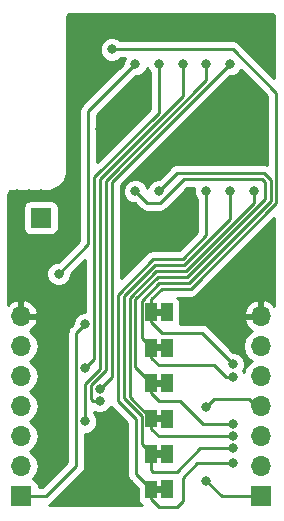
<source format=gbr>
G04 #@! TF.GenerationSoftware,KiCad,Pcbnew,(5.0.0)*
G04 #@! TF.CreationDate,2018-12-13T13:47:45+00:00*
G04 #@! TF.ProjectId,LoraThing,4C6F72615468696E672E6B696361645F,rev?*
G04 #@! TF.SameCoordinates,Original*
G04 #@! TF.FileFunction,Copper,L2,Bot,Signal*
G04 #@! TF.FilePolarity,Positive*
%FSLAX46Y46*%
G04 Gerber Fmt 4.6, Leading zero omitted, Abs format (unit mm)*
G04 Created by KiCad (PCBNEW (5.0.0)) date 12/13/18 13:47:45*
%MOMM*%
%LPD*%
G01*
G04 APERTURE LIST*
G04 #@! TA.AperFunction,ComponentPad*
%ADD10R,1.700000X1.700000*%
G04 #@! TD*
G04 #@! TA.AperFunction,ComponentPad*
%ADD11O,1.700000X1.700000*%
G04 #@! TD*
G04 #@! TA.AperFunction,SMDPad,CuDef*
%ADD12C,1.000000*%
G04 #@! TD*
G04 #@! TA.AperFunction,Conductor*
%ADD13C,0.100000*%
G04 #@! TD*
G04 #@! TA.AperFunction,SMDPad,CuDef*
%ADD14R,1.000000X1.500000*%
G04 #@! TD*
G04 #@! TA.AperFunction,ViaPad*
%ADD15C,0.800000*%
G04 #@! TD*
G04 #@! TA.AperFunction,Conductor*
%ADD16C,0.250000*%
G04 #@! TD*
G04 #@! TA.AperFunction,Conductor*
%ADD17C,0.254000*%
G04 #@! TD*
G04 APERTURE END LIST*
D10*
G04 #@! TO.P,J2,1*
G04 #@! TO.N,/EXT_GPIO1*
X133620000Y-68580000D03*
D11*
G04 #@! TO.P,J2,2*
G04 #@! TO.N,/EXT_GPIO2*
X133620000Y-66040000D03*
G04 #@! TO.P,J2,3*
G04 #@! TO.N,/EXT_GPIO3*
X133620000Y-63500000D03*
G04 #@! TO.P,J2,4*
G04 #@! TO.N,/EXT_GPIO4*
X133620000Y-60960000D03*
G04 #@! TO.P,J2,5*
G04 #@! TO.N,/EXT_GPIO5*
X133620000Y-58420000D03*
G04 #@! TO.P,J2,6*
G04 #@! TO.N,/EXT_GPIO6*
X133620000Y-55880000D03*
G04 #@! TO.P,J2,7*
G04 #@! TO.N,GND*
X133620000Y-53340000D03*
G04 #@! TD*
D10*
G04 #@! TO.P,J1,1*
G04 #@! TO.N,VCC*
X113300000Y-68580000D03*
D11*
G04 #@! TO.P,J1,2*
G04 #@! TO.N,/SPI_EXT_SCK*
X113300000Y-66040000D03*
G04 #@! TO.P,J1,3*
G04 #@! TO.N,/SPI_EXT_MOSI*
X113300000Y-63500000D03*
G04 #@! TO.P,J1,4*
G04 #@! TO.N,/SPI_EXT_MISO*
X113300000Y-60960000D03*
G04 #@! TO.P,J1,5*
G04 #@! TO.N,/SPI_EXT_CS*
X113300000Y-58420000D03*
G04 #@! TO.P,J1,6*
G04 #@! TO.N,/RESET*
X113300000Y-55880000D03*
G04 #@! TO.P,J1,7*
G04 #@! TO.N,GND*
X113300000Y-53340000D03*
G04 #@! TD*
D10*
G04 #@! TO.P,J3,1*
G04 #@! TO.N,/ANTENNA*
X115000000Y-45000000D03*
G04 #@! TD*
D12*
G04 #@! TO.P,JP1,1*
G04 #@! TO.N,/GPIO1*
X124350000Y-68000000D03*
D13*
G04 #@! TD*
G04 #@! TO.N,/GPIO1*
G04 #@! TO.C,JP1*
G36*
X124850000Y-67700000D02*
X125250000Y-67700000D01*
X125250000Y-68300000D01*
X124850000Y-68300000D01*
X124850000Y-68750000D01*
X123850000Y-68750000D01*
X123850000Y-67250000D01*
X124850000Y-67250000D01*
X124850000Y-67700000D01*
X124850000Y-67700000D01*
G37*
D14*
G04 #@! TO.P,JP1,2*
G04 #@! TO.N,Net-(JP1-Pad2)*
X125650000Y-68000000D03*
G04 #@! TD*
G04 #@! TO.P,JP2,2*
G04 #@! TO.N,Net-(JP2-Pad2)*
X125650000Y-65000000D03*
D12*
G04 #@! TO.P,JP2,1*
G04 #@! TO.N,/GPIO2*
X124350000Y-65000000D03*
D13*
G04 #@! TD*
G04 #@! TO.N,/GPIO2*
G04 #@! TO.C,JP2*
G36*
X124850000Y-64700000D02*
X125250000Y-64700000D01*
X125250000Y-65300000D01*
X124850000Y-65300000D01*
X124850000Y-65750000D01*
X123850000Y-65750000D01*
X123850000Y-64250000D01*
X124850000Y-64250000D01*
X124850000Y-64700000D01*
X124850000Y-64700000D01*
G37*
D14*
G04 #@! TO.P,eJP3,2*
G04 #@! TO.N,Net-(JP3-Pad2)*
X125650000Y-62000000D03*
D12*
G04 #@! TO.P,eJP3,1*
G04 #@! TO.N,/GPIO3*
X124350000Y-62000000D03*
D13*
G04 #@! TD*
G04 #@! TO.N,/GPIO3*
G04 #@! TO.C,eJP3*
G36*
X124850000Y-61700000D02*
X125250000Y-61700000D01*
X125250000Y-62300000D01*
X124850000Y-62300000D01*
X124850000Y-62750000D01*
X123850000Y-62750000D01*
X123850000Y-61250000D01*
X124850000Y-61250000D01*
X124850000Y-61700000D01*
X124850000Y-61700000D01*
G37*
D12*
G04 #@! TO.P,JP4,1*
G04 #@! TO.N,/GPIO4*
X124350000Y-59000000D03*
D13*
G04 #@! TD*
G04 #@! TO.N,/GPIO4*
G04 #@! TO.C,JP4*
G36*
X124850000Y-58700000D02*
X125250000Y-58700000D01*
X125250000Y-59300000D01*
X124850000Y-59300000D01*
X124850000Y-59750000D01*
X123850000Y-59750000D01*
X123850000Y-58250000D01*
X124850000Y-58250000D01*
X124850000Y-58700000D01*
X124850000Y-58700000D01*
G37*
D14*
G04 #@! TO.P,JP4,2*
G04 #@! TO.N,Net-(JP4-Pad2)*
X125650000Y-59000000D03*
G04 #@! TD*
G04 #@! TO.P,JP5,2*
G04 #@! TO.N,Net-(JP5-Pad2)*
X125650000Y-56000000D03*
D12*
G04 #@! TO.P,JP5,1*
G04 #@! TO.N,/GPIO5*
X124350000Y-56000000D03*
D13*
G04 #@! TD*
G04 #@! TO.N,/GPIO5*
G04 #@! TO.C,JP5*
G36*
X124850000Y-55700000D02*
X125250000Y-55700000D01*
X125250000Y-56300000D01*
X124850000Y-56300000D01*
X124850000Y-56750000D01*
X123850000Y-56750000D01*
X123850000Y-55250000D01*
X124850000Y-55250000D01*
X124850000Y-55700000D01*
X124850000Y-55700000D01*
G37*
D12*
G04 #@! TO.P,JP6,1*
G04 #@! TO.N,/GPIO6*
X124350000Y-53000000D03*
D13*
G04 #@! TD*
G04 #@! TO.N,/GPIO6*
G04 #@! TO.C,JP6*
G36*
X124850000Y-52700000D02*
X125250000Y-52700000D01*
X125250000Y-53300000D01*
X124850000Y-53300000D01*
X124850000Y-53750000D01*
X123850000Y-53750000D01*
X123850000Y-52250000D01*
X124850000Y-52250000D01*
X124850000Y-52700000D01*
X124850000Y-52700000D01*
G37*
D14*
G04 #@! TO.P,JP6,2*
G04 #@! TO.N,Net-(JP6-Pad2)*
X125650000Y-53000000D03*
G04 #@! TD*
D15*
G04 #@! TO.N,GND*
X117000000Y-44000000D03*
X117000000Y-43000000D03*
X116000000Y-43000000D03*
X115000000Y-43000000D03*
X114000000Y-43000000D03*
X113000000Y-43000000D03*
X113000000Y-44000000D03*
X113000000Y-45000000D03*
X113000000Y-46000000D03*
X113000000Y-47000000D03*
X114000000Y-47000000D03*
X115000000Y-47000000D03*
X116000000Y-47000000D03*
X117000000Y-47000000D03*
X117000000Y-46000000D03*
X117750000Y-43500000D03*
X117750000Y-46500000D03*
X117500000Y-41500000D03*
X120000000Y-37500000D03*
X127000000Y-38500000D03*
X132500000Y-38500000D03*
X131000000Y-52000000D03*
X117500000Y-52000000D03*
X119000000Y-66500000D03*
G04 #@! TO.N,VCC*
X118750000Y-54000000D03*
G04 #@! TO.N,/RESET*
X123000000Y-32000000D03*
X116500000Y-49750000D03*
G04 #@! TO.N,/EXT_GPIO1*
X129000000Y-67250000D03*
G04 #@! TO.N,/EXT_GPIO4*
X129000000Y-61000000D03*
G04 #@! TO.N,/GPIO1*
X131250000Y-65750000D03*
X129000000Y-42750000D03*
G04 #@! TO.N,Net-(JP1-Pad2)*
X125750000Y-68000000D03*
G04 #@! TO.N,Net-(JP2-Pad2)*
X125750000Y-65000000D03*
G04 #@! TO.N,/GPIO2*
X131250000Y-64500000D03*
X131000000Y-42750000D03*
G04 #@! TO.N,Net-(JP3-Pad2)*
X125750000Y-62000000D03*
G04 #@! TO.N,/GPIO3*
X131250000Y-63500000D03*
X133000000Y-42750000D03*
G04 #@! TO.N,/GPIO4*
X131250000Y-62500000D03*
X123000000Y-42750000D03*
G04 #@! TO.N,Net-(JP4-Pad2)*
X125750000Y-59000000D03*
G04 #@! TO.N,Net-(JP5-Pad2)*
X125750000Y-56000000D03*
G04 #@! TO.N,/GPIO5*
X131250000Y-58500000D03*
X125000000Y-42750000D03*
G04 #@! TO.N,/GPIO6*
X121000000Y-30750000D03*
X131250000Y-57400000D03*
G04 #@! TO.N,Net-(JP6-Pad2)*
X125750000Y-53000000D03*
G04 #@! TO.N,/SPI_CS*
X118750000Y-57750000D03*
X125000000Y-32000000D03*
G04 #@! TO.N,/SPI_MISO*
X120000000Y-59500000D03*
X131000000Y-32000000D03*
G04 #@! TO.N,/SPI_MOSI*
X120000000Y-60500000D03*
X129000000Y-32000000D03*
G04 #@! TO.N,/SPI_SCK*
X118750000Y-62250000D03*
X127000000Y-32000000D03*
G04 #@! TD*
D16*
G04 #@! TO.N,VCC*
X118750000Y-54000000D02*
X118750000Y-54000000D01*
X118000000Y-54750000D02*
X118750000Y-54000000D01*
X118000000Y-65980000D02*
X118000000Y-54750000D01*
X113300000Y-68580000D02*
X115400000Y-68580000D01*
X115400000Y-68580000D02*
X118000000Y-65980000D01*
G04 #@! TO.N,/RESET*
X123000000Y-32000000D02*
X119000000Y-36000000D01*
X119000000Y-36000000D02*
X119000000Y-47250000D01*
X119000000Y-47250000D02*
X116500000Y-49750000D01*
X116500000Y-49750000D02*
X116500000Y-49750000D01*
G04 #@! TO.N,/EXT_GPIO1*
X130330000Y-68580000D02*
X133620000Y-68580000D01*
X129000000Y-67250000D02*
X130330000Y-68580000D01*
G04 #@! TO.N,/EXT_GPIO4*
X129000000Y-61000000D02*
X129620000Y-60380000D01*
X129620000Y-60380000D02*
X132630000Y-60380000D01*
X133210000Y-60960000D02*
X133620000Y-60960000D01*
X132630000Y-60380000D02*
X133210000Y-60960000D01*
G04 #@! TO.N,/GPIO1*
X124350000Y-68850000D02*
X125000000Y-69500000D01*
X124350000Y-68000000D02*
X124350000Y-68850000D01*
X125000000Y-69500000D02*
X126500000Y-69500000D01*
X127000000Y-69000000D02*
X127000000Y-67000000D01*
X126500000Y-69500000D02*
X127000000Y-69000000D01*
X128250000Y-65750000D02*
X131250000Y-65750000D01*
X127000000Y-67000000D02*
X128250000Y-65750000D01*
X129000000Y-46500000D02*
X129000000Y-42750000D01*
X127000000Y-48500000D02*
X129000000Y-46500000D01*
X123074980Y-66724980D02*
X123074980Y-62074980D01*
X124350000Y-68000000D02*
X123074980Y-66724980D01*
X123074980Y-62074980D02*
X121500000Y-60500000D01*
X121500000Y-60500000D02*
X121500000Y-51504340D01*
X121500000Y-51504340D02*
X124504340Y-48500000D01*
X124504340Y-48500000D02*
X127000000Y-48500000D01*
G04 #@! TO.N,/GPIO2*
X124350000Y-65000000D02*
X124350000Y-66350000D01*
X124350000Y-66350000D02*
X124500000Y-66500000D01*
X124500000Y-66500000D02*
X126500000Y-66500000D01*
X126500000Y-66500000D02*
X128500000Y-64500000D01*
X128500000Y-64500000D02*
X131250000Y-64500000D01*
X131250000Y-64500000D02*
X131250000Y-64500000D01*
X123524990Y-64174990D02*
X123524990Y-61811400D01*
X124350000Y-65000000D02*
X123524990Y-64174990D01*
X123524990Y-61811400D02*
X122000000Y-60286410D01*
X122000000Y-60286410D02*
X122000000Y-51640750D01*
X122000000Y-51640750D02*
X124640750Y-49000000D01*
X131000000Y-43315685D02*
X131000000Y-42750000D01*
X131000000Y-45136410D02*
X131000000Y-43315685D01*
X127136410Y-49000000D02*
X131000000Y-45136410D01*
X124640750Y-49000000D02*
X127136410Y-49000000D01*
G04 #@! TO.N,/GPIO3*
X124350000Y-62000000D02*
X124350000Y-62850000D01*
X125000000Y-63500000D02*
X131250000Y-63500000D01*
X124350000Y-62850000D02*
X125000000Y-63500000D01*
X124350000Y-62000000D02*
X122500000Y-60150000D01*
X122500000Y-51777160D02*
X124777160Y-49500000D01*
X122500000Y-60150000D02*
X122500000Y-51777160D01*
X133000000Y-43315685D02*
X133000000Y-42750000D01*
X133000000Y-43772820D02*
X133000000Y-43315685D01*
X127272820Y-49500000D02*
X133000000Y-43772820D01*
X124777160Y-49500000D02*
X127272820Y-49500000D01*
G04 #@! TO.N,/GPIO4*
X124350000Y-59850000D02*
X125000000Y-60500000D01*
X124350000Y-59000000D02*
X124350000Y-59850000D01*
X125000000Y-60500000D02*
X126750000Y-60500000D01*
X126750000Y-60500000D02*
X128750000Y-62500000D01*
X128750000Y-62500000D02*
X131250000Y-62500000D01*
X124350000Y-59000000D02*
X123000000Y-57650000D01*
X123000000Y-52500000D02*
X123000000Y-52250000D01*
X123000000Y-57650000D02*
X123000000Y-52500000D01*
X124000000Y-43750000D02*
X123000000Y-42750000D01*
X125073002Y-43750000D02*
X124000000Y-43750000D01*
X127073002Y-41750000D02*
X125073002Y-43750000D01*
X133750000Y-41750000D02*
X127073002Y-41750000D01*
X123000000Y-51913570D02*
X124913570Y-50000000D01*
X124913570Y-50000000D02*
X127409230Y-50000000D01*
X123000000Y-52500000D02*
X123000000Y-51913570D01*
X127409230Y-50000000D02*
X134000000Y-43409230D01*
X134000000Y-43409230D02*
X134000000Y-42000000D01*
X134000000Y-42000000D02*
X133750000Y-41750000D01*
G04 #@! TO.N,/GPIO5*
X130684315Y-58500000D02*
X129684315Y-57500000D01*
X131250000Y-58500000D02*
X130684315Y-58500000D01*
X124350000Y-56850000D02*
X124350000Y-56000000D01*
X125000000Y-57500000D02*
X124350000Y-56850000D01*
X129684315Y-57500000D02*
X125000000Y-57500000D01*
X133886410Y-41250000D02*
X126500000Y-41250000D01*
X134450009Y-41813599D02*
X133886410Y-41250000D01*
X123524990Y-55174990D02*
X123524990Y-52024990D01*
X126500000Y-41250000D02*
X125000000Y-42750000D01*
X124350000Y-56000000D02*
X123524990Y-55174990D01*
X123524990Y-52024990D02*
X124999990Y-50549990D01*
X124999990Y-50549990D02*
X127495650Y-50549990D01*
X127495650Y-50549990D02*
X134450010Y-43595630D01*
X134450010Y-43595630D02*
X134450009Y-41813599D01*
G04 #@! TO.N,/GPIO6*
X124350000Y-53850000D02*
X125250000Y-54750000D01*
X124350000Y-53000000D02*
X124350000Y-53850000D01*
X128600000Y-54750000D02*
X131250000Y-57400000D01*
X125250000Y-54750000D02*
X128600000Y-54750000D01*
X120750000Y-30750000D02*
X121000000Y-30750000D01*
X131250000Y-30750000D02*
X120750000Y-30750000D01*
X124350000Y-51900000D02*
X125250000Y-51000000D01*
X125250000Y-51000000D02*
X127682051Y-50999999D01*
X124350000Y-53000000D02*
X124350000Y-51900000D01*
X127682051Y-50999999D02*
X134900019Y-43782031D01*
X134900019Y-43782031D02*
X134900019Y-34400019D01*
X134900019Y-34400019D02*
X131250000Y-30750000D01*
G04 #@! TO.N,/SPI_CS*
X125000000Y-35500000D02*
X125000000Y-32000000D01*
X125000000Y-36090770D02*
X125000000Y-35500000D01*
X119500000Y-41590770D02*
X125000000Y-36090770D01*
X118750000Y-57750000D02*
X119500000Y-57000000D01*
X119500000Y-57000000D02*
X119500000Y-41590770D01*
G04 #@! TO.N,/SPI_MISO*
X120000000Y-59500000D02*
X121049990Y-58450010D01*
X121049990Y-41950010D02*
X131000000Y-32000000D01*
X121049990Y-58450010D02*
X121049990Y-41950010D01*
G04 #@! TO.N,/SPI_MOSI*
X129000000Y-33000000D02*
X129000000Y-32000000D01*
X119434315Y-60500000D02*
X119250000Y-60315685D01*
X120000000Y-60500000D02*
X119434315Y-60500000D01*
X129000000Y-33363590D02*
X129000000Y-33000000D01*
X119250000Y-60315685D02*
X119250000Y-59176998D01*
X119250000Y-59176998D02*
X120500000Y-57926998D01*
X120500000Y-57926998D02*
X120500000Y-41863590D01*
X120500000Y-41863590D02*
X129000000Y-33363590D01*
G04 #@! TO.N,/SPI_SCK*
X118750000Y-61684315D02*
X118750000Y-62250000D01*
X118750000Y-59040588D02*
X118750000Y-61684315D01*
X120000000Y-57790588D02*
X118750000Y-59040588D01*
X120000000Y-41727180D02*
X120000000Y-57790588D01*
X127000000Y-34727180D02*
X120000000Y-41727180D01*
X127000000Y-32000000D02*
X127000000Y-34727180D01*
G04 #@! TD*
D17*
G04 #@! TO.N,GND*
G36*
X120952071Y-61047929D02*
X121015530Y-61090331D01*
X122314981Y-62389783D01*
X122314980Y-66650133D01*
X122300092Y-66724980D01*
X122314980Y-66799827D01*
X122314980Y-66799831D01*
X122359076Y-67021516D01*
X122527051Y-67272909D01*
X122590510Y-67315311D01*
X123202560Y-67927362D01*
X123202560Y-68750000D01*
X123251843Y-68997765D01*
X123392191Y-69207809D01*
X123515198Y-69290000D01*
X115705373Y-69290000D01*
X115947929Y-69127929D01*
X115990331Y-69064470D01*
X118484473Y-66570329D01*
X118547929Y-66527929D01*
X118715904Y-66276537D01*
X118760000Y-66054852D01*
X118760000Y-66054848D01*
X118774888Y-65980001D01*
X118760000Y-65905154D01*
X118760000Y-63285000D01*
X118955874Y-63285000D01*
X119336280Y-63127431D01*
X119627431Y-62836280D01*
X119785000Y-62455874D01*
X119785000Y-62044126D01*
X119627431Y-61663720D01*
X119510000Y-61546289D01*
X119510000Y-61417311D01*
X119794126Y-61535000D01*
X120205874Y-61535000D01*
X120586280Y-61377431D01*
X120877431Y-61086280D01*
X120915801Y-60993647D01*
X120952071Y-61047929D01*
X120952071Y-61047929D01*
G37*
X120952071Y-61047929D02*
X121015530Y-61090331D01*
X122314981Y-62389783D01*
X122314980Y-66650133D01*
X122300092Y-66724980D01*
X122314980Y-66799827D01*
X122314980Y-66799831D01*
X122359076Y-67021516D01*
X122527051Y-67272909D01*
X122590510Y-67315311D01*
X123202560Y-67927362D01*
X123202560Y-68750000D01*
X123251843Y-68997765D01*
X123392191Y-69207809D01*
X123515198Y-69290000D01*
X115705373Y-69290000D01*
X115947929Y-69127929D01*
X115990331Y-69064470D01*
X118484473Y-66570329D01*
X118547929Y-66527929D01*
X118715904Y-66276537D01*
X118760000Y-66054852D01*
X118760000Y-66054848D01*
X118774888Y-65980001D01*
X118760000Y-65905154D01*
X118760000Y-63285000D01*
X118955874Y-63285000D01*
X119336280Y-63127431D01*
X119627431Y-62836280D01*
X119785000Y-62455874D01*
X119785000Y-62044126D01*
X119627431Y-61663720D01*
X119510000Y-61546289D01*
X119510000Y-61417311D01*
X119794126Y-61535000D01*
X120205874Y-61535000D01*
X120586280Y-61377431D01*
X120877431Y-61086280D01*
X120915801Y-60993647D01*
X120952071Y-61047929D01*
G36*
X134605655Y-27744926D02*
X134695225Y-27804774D01*
X134755074Y-27894345D01*
X134765001Y-27944251D01*
X134765001Y-33190198D01*
X131840331Y-30265530D01*
X131797929Y-30202071D01*
X131546537Y-30034096D01*
X131324852Y-29990000D01*
X131324847Y-29990000D01*
X131250000Y-29975112D01*
X131175153Y-29990000D01*
X121703711Y-29990000D01*
X121586280Y-29872569D01*
X121205874Y-29715000D01*
X120794126Y-29715000D01*
X120413720Y-29872569D01*
X120122569Y-30163720D01*
X119965000Y-30544126D01*
X119965000Y-30955874D01*
X120122569Y-31336280D01*
X120413720Y-31627431D01*
X120794126Y-31785000D01*
X121205874Y-31785000D01*
X121586280Y-31627431D01*
X121703711Y-31510000D01*
X122082689Y-31510000D01*
X121965000Y-31794126D01*
X121965000Y-31960198D01*
X118515530Y-35409669D01*
X118452071Y-35452071D01*
X118284096Y-35703464D01*
X118240000Y-35925149D01*
X118240000Y-35925153D01*
X118225112Y-36000000D01*
X118240000Y-36074847D01*
X118240001Y-46935197D01*
X116460199Y-48715000D01*
X116294126Y-48715000D01*
X115913720Y-48872569D01*
X115622569Y-49163720D01*
X115465000Y-49544126D01*
X115465000Y-49955874D01*
X115622569Y-50336280D01*
X115913720Y-50627431D01*
X116294126Y-50785000D01*
X116705874Y-50785000D01*
X117086280Y-50627431D01*
X117377431Y-50336280D01*
X117535000Y-49955874D01*
X117535000Y-49789801D01*
X118740001Y-48584801D01*
X118740000Y-52965000D01*
X118544126Y-52965000D01*
X118163720Y-53122569D01*
X117872569Y-53413720D01*
X117715000Y-53794126D01*
X117715000Y-53960199D01*
X117515528Y-54159671D01*
X117452072Y-54202071D01*
X117409672Y-54265527D01*
X117409671Y-54265528D01*
X117388951Y-54296538D01*
X117284097Y-54453463D01*
X117265307Y-54547929D01*
X117225112Y-54750000D01*
X117240001Y-54824852D01*
X117240000Y-65665198D01*
X115085199Y-67820000D01*
X114797440Y-67820000D01*
X114797440Y-67730000D01*
X114748157Y-67482235D01*
X114607809Y-67272191D01*
X114397765Y-67131843D01*
X114352381Y-67122816D01*
X114370625Y-67110625D01*
X114698839Y-66619418D01*
X114814092Y-66040000D01*
X114698839Y-65460582D01*
X114370625Y-64969375D01*
X114072239Y-64770000D01*
X114370625Y-64570625D01*
X114698839Y-64079418D01*
X114814092Y-63500000D01*
X114698839Y-62920582D01*
X114370625Y-62429375D01*
X114072239Y-62230000D01*
X114370625Y-62030625D01*
X114698839Y-61539418D01*
X114814092Y-60960000D01*
X114698839Y-60380582D01*
X114370625Y-59889375D01*
X114072239Y-59690000D01*
X114370625Y-59490625D01*
X114698839Y-58999418D01*
X114814092Y-58420000D01*
X114698839Y-57840582D01*
X114370625Y-57349375D01*
X114072239Y-57150000D01*
X114370625Y-56950625D01*
X114698839Y-56459418D01*
X114814092Y-55880000D01*
X114698839Y-55300582D01*
X114370625Y-54809375D01*
X114051522Y-54596157D01*
X114181358Y-54535183D01*
X114571645Y-54106924D01*
X114741476Y-53696890D01*
X114620155Y-53467000D01*
X113427000Y-53467000D01*
X113427000Y-53487000D01*
X113173000Y-53487000D01*
X113173000Y-53467000D01*
X113153000Y-53467000D01*
X113153000Y-53213000D01*
X113173000Y-53213000D01*
X113173000Y-52019181D01*
X113427000Y-52019181D01*
X113427000Y-53213000D01*
X114620155Y-53213000D01*
X114741476Y-52983110D01*
X114571645Y-52573076D01*
X114181358Y-52144817D01*
X113656892Y-51898514D01*
X113427000Y-52019181D01*
X113173000Y-52019181D01*
X112943108Y-51898514D01*
X112418642Y-52144817D01*
X112235000Y-52346326D01*
X112235000Y-44150000D01*
X113502560Y-44150000D01*
X113502560Y-45850000D01*
X113551843Y-46097765D01*
X113692191Y-46307809D01*
X113902235Y-46448157D01*
X114150000Y-46497440D01*
X115850000Y-46497440D01*
X116097765Y-46448157D01*
X116307809Y-46307809D01*
X116448157Y-46097765D01*
X116497440Y-45850000D01*
X116497440Y-44150000D01*
X116448157Y-43902235D01*
X116307809Y-43692191D01*
X116097765Y-43551843D01*
X115850000Y-43502560D01*
X114150000Y-43502560D01*
X113902235Y-43551843D01*
X113692191Y-43692191D01*
X113551843Y-43902235D01*
X113502560Y-44150000D01*
X112235000Y-44150000D01*
X112235000Y-43072390D01*
X112268475Y-42904099D01*
X112322798Y-42822799D01*
X112404101Y-42768475D01*
X112643391Y-42720877D01*
X112669650Y-42710000D01*
X115569926Y-42710000D01*
X115638509Y-42696358D01*
X115638513Y-42696358D01*
X116021196Y-42620238D01*
X116097849Y-42588487D01*
X116277138Y-42514224D01*
X116601561Y-42297451D01*
X116696941Y-42202071D01*
X116797451Y-42101562D01*
X117014223Y-41777138D01*
X117065447Y-41653473D01*
X117120238Y-41521196D01*
X117156062Y-41341098D01*
X117192354Y-41286783D01*
X117235000Y-41072388D01*
X117235000Y-27944246D01*
X117244926Y-27894345D01*
X117304774Y-27804775D01*
X117394345Y-27744926D01*
X117444246Y-27735000D01*
X134555754Y-27735000D01*
X134605655Y-27744926D01*
X134605655Y-27744926D01*
G37*
X134605655Y-27744926D02*
X134695225Y-27804774D01*
X134755074Y-27894345D01*
X134765001Y-27944251D01*
X134765001Y-33190198D01*
X131840331Y-30265530D01*
X131797929Y-30202071D01*
X131546537Y-30034096D01*
X131324852Y-29990000D01*
X131324847Y-29990000D01*
X131250000Y-29975112D01*
X131175153Y-29990000D01*
X121703711Y-29990000D01*
X121586280Y-29872569D01*
X121205874Y-29715000D01*
X120794126Y-29715000D01*
X120413720Y-29872569D01*
X120122569Y-30163720D01*
X119965000Y-30544126D01*
X119965000Y-30955874D01*
X120122569Y-31336280D01*
X120413720Y-31627431D01*
X120794126Y-31785000D01*
X121205874Y-31785000D01*
X121586280Y-31627431D01*
X121703711Y-31510000D01*
X122082689Y-31510000D01*
X121965000Y-31794126D01*
X121965000Y-31960198D01*
X118515530Y-35409669D01*
X118452071Y-35452071D01*
X118284096Y-35703464D01*
X118240000Y-35925149D01*
X118240000Y-35925153D01*
X118225112Y-36000000D01*
X118240000Y-36074847D01*
X118240001Y-46935197D01*
X116460199Y-48715000D01*
X116294126Y-48715000D01*
X115913720Y-48872569D01*
X115622569Y-49163720D01*
X115465000Y-49544126D01*
X115465000Y-49955874D01*
X115622569Y-50336280D01*
X115913720Y-50627431D01*
X116294126Y-50785000D01*
X116705874Y-50785000D01*
X117086280Y-50627431D01*
X117377431Y-50336280D01*
X117535000Y-49955874D01*
X117535000Y-49789801D01*
X118740001Y-48584801D01*
X118740000Y-52965000D01*
X118544126Y-52965000D01*
X118163720Y-53122569D01*
X117872569Y-53413720D01*
X117715000Y-53794126D01*
X117715000Y-53960199D01*
X117515528Y-54159671D01*
X117452072Y-54202071D01*
X117409672Y-54265527D01*
X117409671Y-54265528D01*
X117388951Y-54296538D01*
X117284097Y-54453463D01*
X117265307Y-54547929D01*
X117225112Y-54750000D01*
X117240001Y-54824852D01*
X117240000Y-65665198D01*
X115085199Y-67820000D01*
X114797440Y-67820000D01*
X114797440Y-67730000D01*
X114748157Y-67482235D01*
X114607809Y-67272191D01*
X114397765Y-67131843D01*
X114352381Y-67122816D01*
X114370625Y-67110625D01*
X114698839Y-66619418D01*
X114814092Y-66040000D01*
X114698839Y-65460582D01*
X114370625Y-64969375D01*
X114072239Y-64770000D01*
X114370625Y-64570625D01*
X114698839Y-64079418D01*
X114814092Y-63500000D01*
X114698839Y-62920582D01*
X114370625Y-62429375D01*
X114072239Y-62230000D01*
X114370625Y-62030625D01*
X114698839Y-61539418D01*
X114814092Y-60960000D01*
X114698839Y-60380582D01*
X114370625Y-59889375D01*
X114072239Y-59690000D01*
X114370625Y-59490625D01*
X114698839Y-58999418D01*
X114814092Y-58420000D01*
X114698839Y-57840582D01*
X114370625Y-57349375D01*
X114072239Y-57150000D01*
X114370625Y-56950625D01*
X114698839Y-56459418D01*
X114814092Y-55880000D01*
X114698839Y-55300582D01*
X114370625Y-54809375D01*
X114051522Y-54596157D01*
X114181358Y-54535183D01*
X114571645Y-54106924D01*
X114741476Y-53696890D01*
X114620155Y-53467000D01*
X113427000Y-53467000D01*
X113427000Y-53487000D01*
X113173000Y-53487000D01*
X113173000Y-53467000D01*
X113153000Y-53467000D01*
X113153000Y-53213000D01*
X113173000Y-53213000D01*
X113173000Y-52019181D01*
X113427000Y-52019181D01*
X113427000Y-53213000D01*
X114620155Y-53213000D01*
X114741476Y-52983110D01*
X114571645Y-52573076D01*
X114181358Y-52144817D01*
X113656892Y-51898514D01*
X113427000Y-52019181D01*
X113173000Y-52019181D01*
X112943108Y-51898514D01*
X112418642Y-52144817D01*
X112235000Y-52346326D01*
X112235000Y-44150000D01*
X113502560Y-44150000D01*
X113502560Y-45850000D01*
X113551843Y-46097765D01*
X113692191Y-46307809D01*
X113902235Y-46448157D01*
X114150000Y-46497440D01*
X115850000Y-46497440D01*
X116097765Y-46448157D01*
X116307809Y-46307809D01*
X116448157Y-46097765D01*
X116497440Y-45850000D01*
X116497440Y-44150000D01*
X116448157Y-43902235D01*
X116307809Y-43692191D01*
X116097765Y-43551843D01*
X115850000Y-43502560D01*
X114150000Y-43502560D01*
X113902235Y-43551843D01*
X113692191Y-43692191D01*
X113551843Y-43902235D01*
X113502560Y-44150000D01*
X112235000Y-44150000D01*
X112235000Y-43072390D01*
X112268475Y-42904099D01*
X112322798Y-42822799D01*
X112404101Y-42768475D01*
X112643391Y-42720877D01*
X112669650Y-42710000D01*
X115569926Y-42710000D01*
X115638509Y-42696358D01*
X115638513Y-42696358D01*
X116021196Y-42620238D01*
X116097849Y-42588487D01*
X116277138Y-42514224D01*
X116601561Y-42297451D01*
X116696941Y-42202071D01*
X116797451Y-42101562D01*
X117014223Y-41777138D01*
X117065447Y-41653473D01*
X117120238Y-41521196D01*
X117156062Y-41341098D01*
X117192354Y-41286783D01*
X117235000Y-41072388D01*
X117235000Y-27944246D01*
X117244926Y-27894345D01*
X117304774Y-27804775D01*
X117394345Y-27744926D01*
X117444246Y-27735000D01*
X134555754Y-27735000D01*
X134605655Y-27744926D01*
G36*
X134765000Y-52434110D02*
X134501358Y-52144817D01*
X133976892Y-51898514D01*
X133747000Y-52019181D01*
X133747000Y-53213000D01*
X133767000Y-53213000D01*
X133767000Y-53467000D01*
X133747000Y-53467000D01*
X133747000Y-53487000D01*
X133493000Y-53487000D01*
X133493000Y-53467000D01*
X132299845Y-53467000D01*
X132178524Y-53696890D01*
X132348355Y-54106924D01*
X132738642Y-54535183D01*
X132868478Y-54596157D01*
X132549375Y-54809375D01*
X132221161Y-55300582D01*
X132105908Y-55880000D01*
X132221161Y-56459418D01*
X132549375Y-56950625D01*
X132847761Y-57150000D01*
X132549375Y-57349375D01*
X132221161Y-57840582D01*
X132180925Y-58042865D01*
X132142459Y-57950000D01*
X132285000Y-57605874D01*
X132285000Y-57194126D01*
X132127431Y-56813720D01*
X131836280Y-56522569D01*
X131455874Y-56365000D01*
X131289802Y-56365000D01*
X129190331Y-54265530D01*
X129147929Y-54202071D01*
X128896537Y-54034096D01*
X128674852Y-53990000D01*
X128674847Y-53990000D01*
X128600000Y-53975112D01*
X128525153Y-53990000D01*
X126749702Y-53990000D01*
X126797440Y-53750000D01*
X126797440Y-52983110D01*
X132178524Y-52983110D01*
X132299845Y-53213000D01*
X133493000Y-53213000D01*
X133493000Y-52019181D01*
X133263108Y-51898514D01*
X132738642Y-52144817D01*
X132348355Y-52573076D01*
X132178524Y-52983110D01*
X126797440Y-52983110D01*
X126797440Y-52250000D01*
X126748157Y-52002235D01*
X126607809Y-51792191D01*
X126559631Y-51759999D01*
X127607200Y-51759998D01*
X127682051Y-51774887D01*
X127978588Y-51715902D01*
X128166523Y-51590328D01*
X128166524Y-51590327D01*
X128229980Y-51547927D01*
X128272380Y-51484471D01*
X134765001Y-44991851D01*
X134765000Y-52434110D01*
X134765000Y-52434110D01*
G37*
X134765000Y-52434110D02*
X134501358Y-52144817D01*
X133976892Y-51898514D01*
X133747000Y-52019181D01*
X133747000Y-53213000D01*
X133767000Y-53213000D01*
X133767000Y-53467000D01*
X133747000Y-53467000D01*
X133747000Y-53487000D01*
X133493000Y-53487000D01*
X133493000Y-53467000D01*
X132299845Y-53467000D01*
X132178524Y-53696890D01*
X132348355Y-54106924D01*
X132738642Y-54535183D01*
X132868478Y-54596157D01*
X132549375Y-54809375D01*
X132221161Y-55300582D01*
X132105908Y-55880000D01*
X132221161Y-56459418D01*
X132549375Y-56950625D01*
X132847761Y-57150000D01*
X132549375Y-57349375D01*
X132221161Y-57840582D01*
X132180925Y-58042865D01*
X132142459Y-57950000D01*
X132285000Y-57605874D01*
X132285000Y-57194126D01*
X132127431Y-56813720D01*
X131836280Y-56522569D01*
X131455874Y-56365000D01*
X131289802Y-56365000D01*
X129190331Y-54265530D01*
X129147929Y-54202071D01*
X128896537Y-54034096D01*
X128674852Y-53990000D01*
X128674847Y-53990000D01*
X128600000Y-53975112D01*
X128525153Y-53990000D01*
X126749702Y-53990000D01*
X126797440Y-53750000D01*
X126797440Y-52983110D01*
X132178524Y-52983110D01*
X132299845Y-53213000D01*
X133493000Y-53213000D01*
X133493000Y-52019181D01*
X133263108Y-51898514D01*
X132738642Y-52144817D01*
X132348355Y-52573076D01*
X132178524Y-52983110D01*
X126797440Y-52983110D01*
X126797440Y-52250000D01*
X126748157Y-52002235D01*
X126607809Y-51792191D01*
X126559631Y-51759999D01*
X127607200Y-51759998D01*
X127682051Y-51774887D01*
X127978588Y-51715902D01*
X128166523Y-51590328D01*
X128166524Y-51590327D01*
X128229980Y-51547927D01*
X128272380Y-51484471D01*
X134765001Y-44991851D01*
X134765000Y-52434110D01*
G36*
X134140020Y-34714823D02*
X134140019Y-40525557D01*
X133961262Y-40490000D01*
X133961257Y-40490000D01*
X133886410Y-40475112D01*
X133811563Y-40490000D01*
X126574846Y-40490000D01*
X126499999Y-40475112D01*
X126425152Y-40490000D01*
X126425148Y-40490000D01*
X126203463Y-40534096D01*
X126203461Y-40534097D01*
X126203462Y-40534097D01*
X126015526Y-40659671D01*
X126015524Y-40659673D01*
X125952071Y-40702071D01*
X125909673Y-40765524D01*
X124960198Y-41715000D01*
X124794126Y-41715000D01*
X124413720Y-41872569D01*
X124122569Y-42163720D01*
X124000000Y-42459628D01*
X123877431Y-42163720D01*
X123586280Y-41872569D01*
X123205874Y-41715000D01*
X122794126Y-41715000D01*
X122413720Y-41872569D01*
X122122569Y-42163720D01*
X121965000Y-42544126D01*
X121965000Y-42955874D01*
X122122569Y-43336280D01*
X122413720Y-43627431D01*
X122794126Y-43785000D01*
X122960199Y-43785000D01*
X123409671Y-44234473D01*
X123452071Y-44297929D01*
X123703463Y-44465904D01*
X123925148Y-44510000D01*
X123925152Y-44510000D01*
X124000000Y-44524888D01*
X124074848Y-44510000D01*
X124998155Y-44510000D01*
X125073002Y-44524888D01*
X125147849Y-44510000D01*
X125147854Y-44510000D01*
X125369539Y-44465904D01*
X125620931Y-44297929D01*
X125663333Y-44234470D01*
X127387804Y-42510000D01*
X127979135Y-42510000D01*
X127965000Y-42544126D01*
X127965000Y-42955874D01*
X128122569Y-43336280D01*
X128240001Y-43453712D01*
X128240000Y-46185198D01*
X126685199Y-47740000D01*
X124579186Y-47740000D01*
X124504339Y-47725112D01*
X124429492Y-47740000D01*
X124429488Y-47740000D01*
X124207803Y-47784096D01*
X124145242Y-47825898D01*
X124019866Y-47909671D01*
X124019864Y-47909673D01*
X123956411Y-47952071D01*
X123914013Y-48015524D01*
X121809990Y-50119548D01*
X121809990Y-42264811D01*
X131039802Y-33035000D01*
X131205874Y-33035000D01*
X131586280Y-32877431D01*
X131877431Y-32586280D01*
X131916692Y-32491494D01*
X134140020Y-34714823D01*
X134140020Y-34714823D01*
G37*
X134140020Y-34714823D02*
X134140019Y-40525557D01*
X133961262Y-40490000D01*
X133961257Y-40490000D01*
X133886410Y-40475112D01*
X133811563Y-40490000D01*
X126574846Y-40490000D01*
X126499999Y-40475112D01*
X126425152Y-40490000D01*
X126425148Y-40490000D01*
X126203463Y-40534096D01*
X126203461Y-40534097D01*
X126203462Y-40534097D01*
X126015526Y-40659671D01*
X126015524Y-40659673D01*
X125952071Y-40702071D01*
X125909673Y-40765524D01*
X124960198Y-41715000D01*
X124794126Y-41715000D01*
X124413720Y-41872569D01*
X124122569Y-42163720D01*
X124000000Y-42459628D01*
X123877431Y-42163720D01*
X123586280Y-41872569D01*
X123205874Y-41715000D01*
X122794126Y-41715000D01*
X122413720Y-41872569D01*
X122122569Y-42163720D01*
X121965000Y-42544126D01*
X121965000Y-42955874D01*
X122122569Y-43336280D01*
X122413720Y-43627431D01*
X122794126Y-43785000D01*
X122960199Y-43785000D01*
X123409671Y-44234473D01*
X123452071Y-44297929D01*
X123703463Y-44465904D01*
X123925148Y-44510000D01*
X123925152Y-44510000D01*
X124000000Y-44524888D01*
X124074848Y-44510000D01*
X124998155Y-44510000D01*
X125073002Y-44524888D01*
X125147849Y-44510000D01*
X125147854Y-44510000D01*
X125369539Y-44465904D01*
X125620931Y-44297929D01*
X125663333Y-44234470D01*
X127387804Y-42510000D01*
X127979135Y-42510000D01*
X127965000Y-42544126D01*
X127965000Y-42955874D01*
X128122569Y-43336280D01*
X128240001Y-43453712D01*
X128240000Y-46185198D01*
X126685199Y-47740000D01*
X124579186Y-47740000D01*
X124504339Y-47725112D01*
X124429492Y-47740000D01*
X124429488Y-47740000D01*
X124207803Y-47784096D01*
X124145242Y-47825898D01*
X124019866Y-47909671D01*
X124019864Y-47909673D01*
X123956411Y-47952071D01*
X123914013Y-48015524D01*
X121809990Y-50119548D01*
X121809990Y-42264811D01*
X131039802Y-33035000D01*
X131205874Y-33035000D01*
X131586280Y-32877431D01*
X131877431Y-32586280D01*
X131916692Y-32491494D01*
X134140020Y-34714823D01*
G36*
X124122569Y-32586280D02*
X124240001Y-32703712D01*
X124240000Y-35425148D01*
X124240000Y-35775968D01*
X119760000Y-40255969D01*
X119760000Y-36314801D01*
X123039802Y-33035000D01*
X123205874Y-33035000D01*
X123586280Y-32877431D01*
X123877431Y-32586280D01*
X124000000Y-32290372D01*
X124122569Y-32586280D01*
X124122569Y-32586280D01*
G37*
X124122569Y-32586280D02*
X124240001Y-32703712D01*
X124240000Y-35425148D01*
X124240000Y-35775968D01*
X119760000Y-40255969D01*
X119760000Y-36314801D01*
X123039802Y-33035000D01*
X123205874Y-33035000D01*
X123586280Y-32877431D01*
X123877431Y-32586280D01*
X124000000Y-32290372D01*
X124122569Y-32586280D01*
G04 #@! TD*
M02*

</source>
